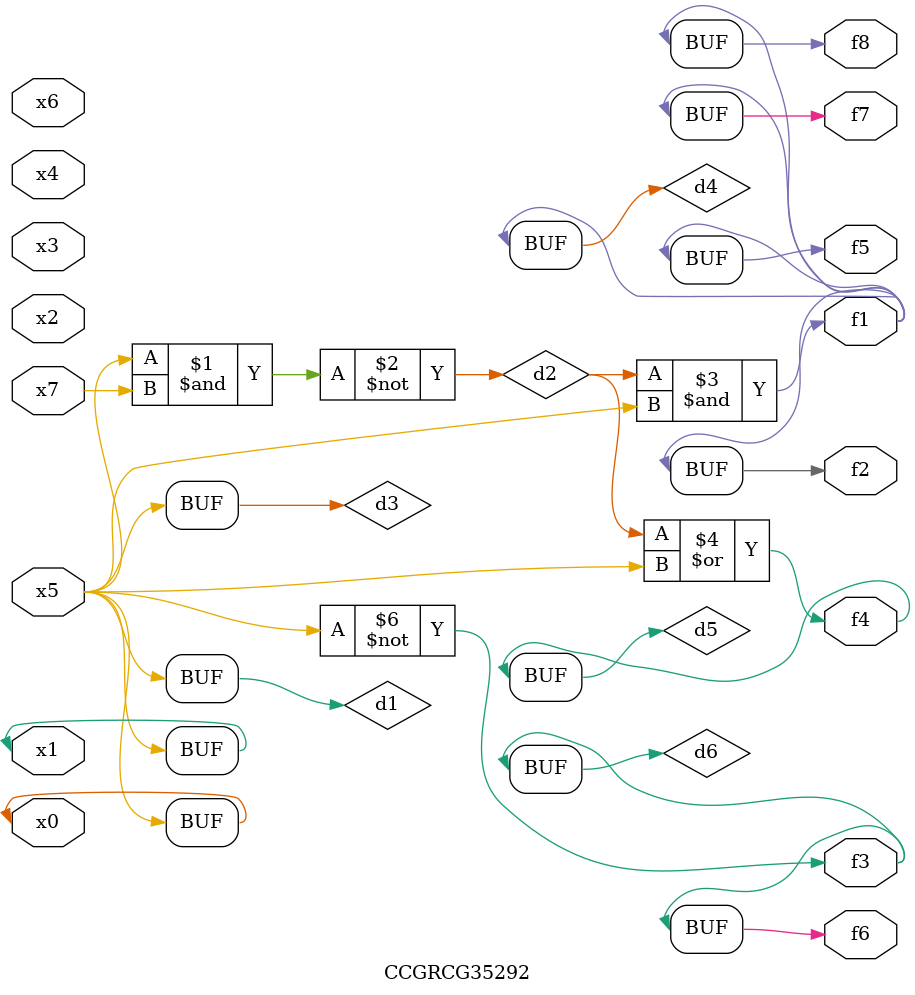
<source format=v>
module CCGRCG35292(
	input x0, x1, x2, x3, x4, x5, x6, x7,
	output f1, f2, f3, f4, f5, f6, f7, f8
);

	wire d1, d2, d3, d4, d5, d6;

	buf (d1, x0, x5);
	nand (d2, x5, x7);
	buf (d3, x0, x1);
	and (d4, d2, d3);
	or (d5, d2, d3);
	nor (d6, d1, d3);
	assign f1 = d4;
	assign f2 = d4;
	assign f3 = d6;
	assign f4 = d5;
	assign f5 = d4;
	assign f6 = d6;
	assign f7 = d4;
	assign f8 = d4;
endmodule

</source>
